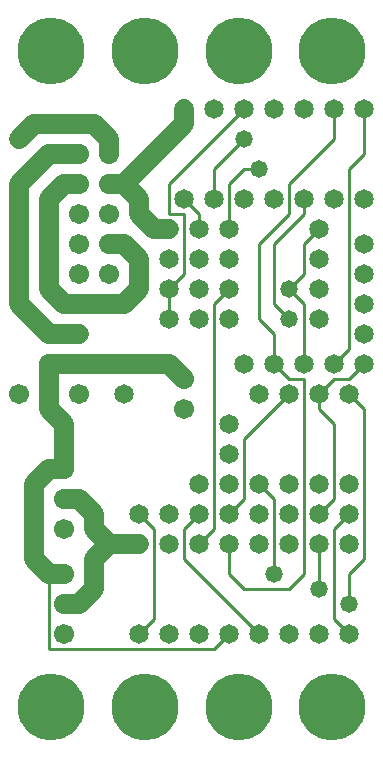
<source format=gtl>
%MOIN*%
%FSLAX25Y25*%
G04 D10 used for Character Trace; *
G04     Circle (OD=.01000) (No hole)*
G04 D11 used for Power Trace; *
G04     Circle (OD=.06500) (No hole)*
G04 D12 used for Signal Trace; *
G04     Circle (OD=.01100) (No hole)*
G04 D13 used for Via; *
G04     Circle (OD=.05800) (Round. Hole ID=.02800)*
G04 D14 used for Component hole; *
G04     Circle (OD=.06500) (Round. Hole ID=.03500)*
G04 D15 used for Component hole; *
G04     Circle (OD=.06700) (Round. Hole ID=.04300)*
G04 D16 used for Component hole; *
G04     Circle (OD=.08100) (Round. Hole ID=.05100)*
G04 D17 used for Component hole; *
G04     Circle (OD=.08900) (Round. Hole ID=.05900)*
G04 D18 used for Component hole; *
G04     Circle (OD=.11300) (Round. Hole ID=.08300)*
G04 D19 used for Component hole; *
G04     Circle (OD=.16000) (Round. Hole ID=.13000)*
G04 D20 used for Component hole; *
G04     Circle (OD=.18300) (Round. Hole ID=.15300)*
G04 D21 used for Component hole; *
G04     Circle (OD=.22291) (Round. Hole ID=.19291)*
%ADD10C,.01000*%
%ADD11C,.06500*%
%ADD12C,.01100*%
%ADD13C,.05800*%
%ADD14C,.06500*%
%ADD15C,.06700*%
%ADD16C,.08100*%
%ADD17C,.08900*%
%ADD18C,.11300*%
%ADD19C,.16000*%
%ADD20C,.18300*%
%ADD21C,.22291*%
%IPPOS*%
%LPD*%
G90*X0Y0D02*D21*X15625Y15625D03*D12*              
X15000Y35000D02*X70000D01*X75000Y40000D01*D14*D03*
X85000D03*D12*X60000Y65000D01*Y75000D01*          
X65000Y80000D01*D14*D03*D12*Y70000D02*            
X70000Y75000D01*D14*X65000Y70000D03*D12*          
X70000Y75000D02*Y150000D01*X75000Y155000D01*D14*  
D03*D12*X90000Y140000D02*X85000Y145000D01*        
X90000Y130000D02*Y140000D01*D14*Y130000D03*D12*   
X95000Y125000D01*X100000D01*Y60000D01*            
X95000Y55000D01*X80000D01*X75000Y60000D01*        
Y70000D01*D14*D03*X85000Y80000D03*Y70000D03*      
X75000Y80000D03*D12*X80000Y85000D01*Y105000D01*   
X95000Y120000D01*D14*D03*D12*X110000Y110000D02*   
X105000Y115000D01*X110000Y85000D02*Y110000D01*    
X105000Y80000D02*X110000Y85000D01*D14*            
X105000Y80000D03*D12*X110000Y45000D02*Y75000D01*  
X115000Y40000D02*X110000Y45000D01*D14*            
X115000Y40000D03*D13*Y50000D03*D12*Y60000D01*     
X120000Y65000D01*Y115000D01*X115000Y120000D01*D14*
D03*D12*X105000D02*X110000Y125000D01*D14*         
X105000Y120000D03*D12*Y115000D01*                 
X110000Y125000D02*X115000D01*X120000Y130000D01*   
D14*D03*D12*X110000D02*X115000Y135000D01*D14*     
X110000Y130000D03*D12*X115000Y135000D02*          
Y195000D01*X120000Y200000D01*Y215000D01*D14*D03*  
D12*X95000Y190000D02*X110000Y205000D01*           
X95000Y180000D02*Y190000D01*X85000Y170000D02*     
X95000Y180000D01*X85000Y145000D02*Y170000D01*     
X95000Y145000D02*X90000Y150000D01*D13*            
X95000Y145000D03*D12*X100000Y130000D02*Y150000D01*
D14*Y130000D03*X105000Y145000D03*X85000Y120000D03*
X120000Y150000D03*D12*X100000D02*X95000Y155000D01*
D13*D03*D12*X100000Y160000D01*Y170000D01*         
X105000Y175000D01*D14*D03*D12*X90000Y170000D02*   
X100000Y180000D01*X90000Y150000D02*Y170000D01*D14*
X105000Y165000D03*X75000D03*X105000Y155000D03*    
X75000Y145000D03*X80000Y130000D03*                
X65000Y175000D03*D12*Y180000D01*X60000Y185000D01* 
D14*D03*D12*X55000Y180000D02*Y190000D01*          
Y180000D02*X60000D01*Y160000D01*X55000Y155000D01* 
D14*D03*D12*Y145000D01*D14*D03*X65000Y155000D03*  
D11*X40000Y150000D02*X45000Y155000D01*            
X20000Y150000D02*X40000D01*X20000D02*             
X15000Y155000D01*Y185000D01*X20000Y190000D01*     
X25000D01*D15*D03*X35000Y180000D03*Y200000D03*D11*
Y205000D01*X30000Y210000D01*X10000D01*            
X5000Y205000D01*D13*D03*D11*Y190000D02*           
X15000Y200000D01*X5000Y150000D02*Y190000D01*      
X15000Y140000D02*X5000Y150000D01*X15000Y140000D02*
X25000D01*D13*D03*D15*X15000Y130000D03*D11*       
Y115000D01*X20000Y110000D01*Y95000D01*D15*D03*D11*
X15000D01*X10000Y90000D01*Y65000D01*              
X15000Y60000D01*D12*Y35000D01*D15*X20000Y40000D03*
D11*Y50000D02*X25000D01*D15*X20000D03*D11*        
X25000D02*X30000Y55000D01*Y65000D01*              
X35000Y70000D01*X45000D01*D14*D03*D12*            
X50000Y45000D02*Y75000D01*X45000Y40000D02*        
X50000Y45000D01*D14*X45000Y40000D03*X55000D03*    
X65000D03*D15*X20000Y60000D03*D11*X15000D01*      
X35000Y70000D02*X30000Y75000D01*Y80000D01*        
X25000Y85000D01*X20000D01*D15*D03*Y75000D03*D14*  
X45000Y80000D03*D12*X50000Y75000D01*D14*          
X55000Y70000D03*Y80000D03*X65000Y90000D03*        
X75000Y100000D03*Y90000D03*Y110000D03*            
X85000Y90000D03*D12*X90000Y85000D01*Y60000D01*D13*
D03*D14*X95000Y70000D03*D13*X105000Y55000D03*D12* 
Y70000D01*D14*D03*D12*X110000Y75000D02*           
X115000Y80000D01*D14*D03*X105000Y90000D03*        
X115000D03*Y70000D03*X95000Y90000D03*Y80000D03*   
Y40000D03*X105000D03*D15*X60000Y125000D03*D11*    
X55000Y130000D01*X40000D01*D14*D03*D11*X15000D01* 
D15*X25000Y120000D03*X5000D03*D14*X40000D03*D15*  
X35000Y160000D03*X25000D03*D11*X45000Y155000D02*  
Y165000D01*X40000Y170000D01*X35000D01*D15*D03*D11*
X50000Y175000D02*X45000Y180000D01*                
X50000Y175000D02*X55000D01*D14*D03*               
X65000Y165000D03*D11*X45000Y180000D02*Y185000D01* 
X40000Y190000D01*X35000D01*D15*D03*D11*X40000D02* 
X60000Y210000D01*Y215000D01*D14*D03*X70000D03*D12*
X75000Y190000D02*X80000Y195000D01*                
X75000Y175000D02*Y190000D01*D14*Y175000D03*       
X80000Y185000D03*X70000D03*D12*Y195000D01*        
X80000Y205000D01*D13*D03*D14*X90000Y215000D03*    
X80000D03*D12*X55000Y190000D01*D14*Y165000D03*D12*
X80000Y195000D02*X85000D01*D13*D03*D14*           
X90000Y185000D03*D12*X100000Y180000D02*Y185000D01*
D14*D03*X110000D03*X120000Y170000D03*D12*         
X110000Y205000D02*Y215000D01*D14*D03*X100000D03*  
D21*X109375Y234375D03*X78125D03*D14*              
X120000Y185000D03*Y160000D03*D21*X46875Y234375D03*
D14*X65000Y145000D03*X120000Y140000D03*D15*       
X25000Y200000D03*D11*X15000D01*D15*               
X25000Y180000D03*Y170000D03*D21*X15625Y234375D03* 
D15*X60000Y115000D03*D21*X46875Y15625D03*         
X78125D03*X109375D03*M02*                         

</source>
